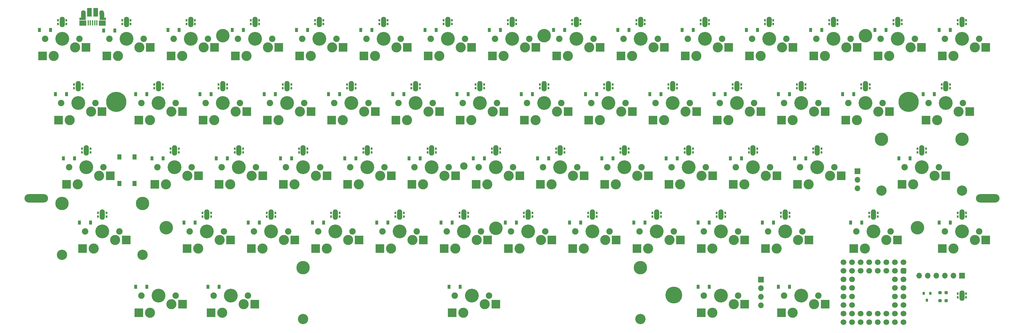
<source format=gbr>
%TF.GenerationSoftware,KiCad,Pcbnew,(5.1.9)-1*%
%TF.CreationDate,2021-10-01T21:52:25+09:00*%
%TF.ProjectId,main,6d61696e-2e6b-4696-9361-645f70636258,1*%
%TF.SameCoordinates,Original*%
%TF.FileFunction,Soldermask,Bot*%
%TF.FilePolarity,Negative*%
%FSLAX46Y46*%
G04 Gerber Fmt 4.6, Leading zero omitted, Abs format (unit mm)*
G04 Created by KiCad (PCBNEW (5.1.9)-1) date 2021-10-01 21:52:25*
%MOMM*%
%LPD*%
G01*
G04 APERTURE LIST*
%ADD10C,4.000000*%
%ADD11O,7.000000X2.500000*%
%ADD12C,5.000000*%
%ADD13C,2.200000*%
%ADD14C,6.000000*%
%ADD15C,3.987800*%
%ADD16C,3.048000*%
%ADD17C,1.700000*%
%ADD18R,1.300000X1.550000*%
%ADD19R,0.800000X0.900000*%
%ADD20O,1.500000X3.150000*%
%ADD21R,0.600000X0.700000*%
%ADD22C,1.000000*%
%ADD23C,3.000000*%
%ADD24R,2.550000X2.500000*%
%ADD25C,4.100000*%
%ADD26C,1.900000*%
%ADD27O,1.700000X1.700000*%
%ADD28R,1.700000X1.700000*%
%ADD29R,1.350000X2.000000*%
%ADD30R,1.825000X0.700000*%
%ADD31R,2.000000X1.500000*%
%ADD32R,0.400000X1.650000*%
%ADD33O,1.100000X1.500000*%
%ADD34O,1.350000X1.700000*%
%ADD35R,1.430000X2.500000*%
%ADD36R,0.900000X1.200000*%
G04 APERTURE END LIST*
D10*
%TO.C,HOLE12*%
X332650000Y-165300000D03*
%TD*%
%TO.C,HOLE10*%
X110000000Y-165300000D03*
%TD*%
%TO.C,HOLE11*%
X207738000Y-165400000D03*
%TD*%
%TO.C,HOLE9*%
X317275000Y-108300000D03*
%TD*%
%TO.C,HOLE8*%
X222025000Y-108310000D03*
%TD*%
%TO.C,HOLE7*%
X126775000Y-108300000D03*
%TD*%
D11*
%TO.C,HOLE6*%
X353540000Y-156500000D03*
%TD*%
%TO.C,HOLE5*%
X71460000Y-156500000D03*
%TD*%
D12*
%TO.C,HOLE4*%
X260500000Y-185200000D03*
%TD*%
D13*
%TO.C,HOLE3*%
X198200000Y-147000000D03*
%TD*%
D14*
%TO.C,HOLE2*%
X330050000Y-127910000D03*
%TD*%
%TO.C,HOLE1*%
X95200000Y-127900000D03*
%TD*%
D15*
%TO.C,STB2*%
X150594000Y-177155000D03*
D16*
X250594000Y-192395000D03*
D15*
X250594000Y-177155000D03*
D16*
X150594000Y-192395000D03*
%TD*%
%TO.C,STB1*%
X79118200Y-173345000D03*
D15*
X79118200Y-158105000D03*
X102994200Y-158105000D03*
D16*
X102994200Y-173345000D03*
%TD*%
%TO.C,STB3*%
X322006000Y-154295000D03*
D15*
X322006000Y-139055000D03*
X345882000Y-139055000D03*
D16*
X345882000Y-154295000D03*
%TD*%
D17*
%TO.C,U1*%
X328565000Y-175520000D03*
X326025000Y-178060000D03*
X326025000Y-175520000D03*
X323485000Y-178060000D03*
X323485000Y-175520000D03*
X320945000Y-178060000D03*
X320945000Y-175520000D03*
X318405000Y-178060000D03*
X318405000Y-175520000D03*
X315865000Y-178060000D03*
X315865000Y-175520000D03*
X313325000Y-175520000D03*
X310785000Y-175520000D03*
X313325000Y-178060000D03*
X310785000Y-178060000D03*
X313325000Y-180600000D03*
X310785000Y-180600000D03*
X313325000Y-183140000D03*
X310785000Y-183140000D03*
X313325000Y-185680000D03*
X310785000Y-185680000D03*
X313325000Y-188220000D03*
X310785000Y-188220000D03*
X310785000Y-190760000D03*
X310785000Y-193300000D03*
X313325000Y-190760000D03*
X313325000Y-193300000D03*
X315865000Y-190760000D03*
X315865000Y-193300000D03*
X318405000Y-190760000D03*
X318405000Y-193300000D03*
X320945000Y-190760000D03*
X320945000Y-193300000D03*
X323485000Y-190760000D03*
X323485000Y-193300000D03*
X326025000Y-193300000D03*
X328565000Y-193300000D03*
X326025000Y-190760000D03*
X328565000Y-190760000D03*
X326025000Y-188220000D03*
X328565000Y-188220000D03*
X326025000Y-185680000D03*
X328565000Y-185680000D03*
X326025000Y-183140000D03*
X328565000Y-183140000D03*
X326025000Y-180600000D03*
X328565000Y-180600000D03*
G36*
G01*
X329415000Y-177635000D02*
X329415000Y-178485000D01*
G75*
G02*
X328990000Y-178910000I-425000J0D01*
G01*
X328140000Y-178910000D01*
G75*
G02*
X327715000Y-178485000I0J425000D01*
G01*
X327715000Y-177635000D01*
G75*
G02*
X328140000Y-177210000I425000J0D01*
G01*
X328990000Y-177210000D01*
G75*
G02*
X329415000Y-177635000I0J-425000D01*
G01*
G37*
%TD*%
D18*
%TO.C,RSW1*%
X96150000Y-144225000D03*
X100650000Y-144225000D03*
X100650000Y-152175000D03*
X96150000Y-152175000D03*
%TD*%
%TO.C,R2*%
G36*
G01*
X339847000Y-186678500D02*
X339847000Y-187153500D01*
G75*
G02*
X339609500Y-187391000I-237500J0D01*
G01*
X339109500Y-187391000D01*
G75*
G02*
X338872000Y-187153500I0J237500D01*
G01*
X338872000Y-186678500D01*
G75*
G02*
X339109500Y-186441000I237500J0D01*
G01*
X339609500Y-186441000D01*
G75*
G02*
X339847000Y-186678500I0J-237500D01*
G01*
G37*
G36*
G01*
X341672000Y-186678500D02*
X341672000Y-187153500D01*
G75*
G02*
X341434500Y-187391000I-237500J0D01*
G01*
X340934500Y-187391000D01*
G75*
G02*
X340697000Y-187153500I0J237500D01*
G01*
X340697000Y-186678500D01*
G75*
G02*
X340934500Y-186441000I237500J0D01*
G01*
X341434500Y-186441000D01*
G75*
G02*
X341672000Y-186678500I0J-237500D01*
G01*
G37*
%TD*%
%TO.C,R1*%
G36*
G01*
X340697000Y-184772500D02*
X340697000Y-184297500D01*
G75*
G02*
X340934500Y-184060000I237500J0D01*
G01*
X341434500Y-184060000D01*
G75*
G02*
X341672000Y-184297500I0J-237500D01*
G01*
X341672000Y-184772500D01*
G75*
G02*
X341434500Y-185010000I-237500J0D01*
G01*
X340934500Y-185010000D01*
G75*
G02*
X340697000Y-184772500I0J237500D01*
G01*
G37*
G36*
G01*
X338872000Y-184772500D02*
X338872000Y-184297500D01*
G75*
G02*
X339109500Y-184060000I237500J0D01*
G01*
X339609500Y-184060000D01*
G75*
G02*
X339847000Y-184297500I0J-237500D01*
G01*
X339847000Y-184772500D01*
G75*
G02*
X339609500Y-185010000I-237500J0D01*
G01*
X339109500Y-185010000D01*
G75*
G02*
X338872000Y-184772500I0J237500D01*
G01*
G37*
%TD*%
D19*
%TO.C,Q1*%
X335510000Y-186725000D03*
X336460000Y-184725000D03*
X334560000Y-184725000D03*
%TD*%
D20*
%TO.C,LED56*%
X345850000Y-104250000D03*
D21*
X344600000Y-103700000D03*
X344600000Y-104800000D03*
X347100000Y-104800000D03*
X347100000Y-103700000D03*
%TD*%
D20*
%TO.C,LED55*%
X326800000Y-104250000D03*
D21*
X325550000Y-103700000D03*
X325550000Y-104800000D03*
X328050000Y-104800000D03*
X328050000Y-103700000D03*
%TD*%
D20*
%TO.C,LED54*%
X307750000Y-104250000D03*
D21*
X306500000Y-103700000D03*
X306500000Y-104800000D03*
X309000000Y-104800000D03*
X309000000Y-103700000D03*
%TD*%
D20*
%TO.C,LED53*%
X288700000Y-104250000D03*
D21*
X287450000Y-103700000D03*
X287450000Y-104800000D03*
X289950000Y-104800000D03*
X289950000Y-103700000D03*
%TD*%
D20*
%TO.C,LED52*%
X269650000Y-104250000D03*
D21*
X268400000Y-103700000D03*
X268400000Y-104800000D03*
X270900000Y-104800000D03*
X270900000Y-103700000D03*
%TD*%
D20*
%TO.C,LED51*%
X250600000Y-104250000D03*
D21*
X249350000Y-103700000D03*
X249350000Y-104800000D03*
X251850000Y-104800000D03*
X251850000Y-103700000D03*
%TD*%
D20*
%TO.C,LED50*%
X231550000Y-104250000D03*
D21*
X230300000Y-103700000D03*
X230300000Y-104800000D03*
X232800000Y-104800000D03*
X232800000Y-103700000D03*
%TD*%
D20*
%TO.C,LED49*%
X212500000Y-104250000D03*
D21*
X211250000Y-103700000D03*
X211250000Y-104800000D03*
X213750000Y-104800000D03*
X213750000Y-103700000D03*
%TD*%
D20*
%TO.C,LED48*%
X193450000Y-104250000D03*
D21*
X192200000Y-103700000D03*
X192200000Y-104800000D03*
X194700000Y-104800000D03*
X194700000Y-103700000D03*
%TD*%
D20*
%TO.C,LED47*%
X174400000Y-104250000D03*
D21*
X173150000Y-103700000D03*
X173150000Y-104800000D03*
X175650000Y-104800000D03*
X175650000Y-103700000D03*
%TD*%
D20*
%TO.C,LED46*%
X155350000Y-104250000D03*
D21*
X154100000Y-103700000D03*
X154100000Y-104800000D03*
X156600000Y-104800000D03*
X156600000Y-103700000D03*
%TD*%
D20*
%TO.C,LED45*%
X136300000Y-104250000D03*
D21*
X135050000Y-103700000D03*
X135050000Y-104800000D03*
X137550000Y-104800000D03*
X137550000Y-103700000D03*
%TD*%
D20*
%TO.C,LED44*%
X117250000Y-104250000D03*
D21*
X116000000Y-103700000D03*
X116000000Y-104800000D03*
X118500000Y-104800000D03*
X118500000Y-103700000D03*
%TD*%
D20*
%TO.C,LED43*%
X98200000Y-104250000D03*
D21*
X96950000Y-103700000D03*
X96950000Y-104800000D03*
X99450000Y-104800000D03*
X99450000Y-103700000D03*
%TD*%
D20*
%TO.C,LED42*%
X79150000Y-104250000D03*
D21*
X77900000Y-103700000D03*
X77900000Y-104800000D03*
X80400000Y-104800000D03*
X80400000Y-103700000D03*
%TD*%
D20*
%TO.C,LED41*%
X83912500Y-123300000D03*
D21*
X85162500Y-123850000D03*
X85162500Y-122750000D03*
X82662500Y-122750000D03*
X82662500Y-123850000D03*
%TD*%
D20*
%TO.C,LED40*%
X107725000Y-123300000D03*
D21*
X108975000Y-123850000D03*
X108975000Y-122750000D03*
X106475000Y-122750000D03*
X106475000Y-123850000D03*
%TD*%
D20*
%TO.C,LED39*%
X126775000Y-123300000D03*
D21*
X128025000Y-123850000D03*
X128025000Y-122750000D03*
X125525000Y-122750000D03*
X125525000Y-123850000D03*
%TD*%
D20*
%TO.C,LED38*%
X145825000Y-123300000D03*
D21*
X147075000Y-123850000D03*
X147075000Y-122750000D03*
X144575000Y-122750000D03*
X144575000Y-123850000D03*
%TD*%
D20*
%TO.C,LED37*%
X164875000Y-123300000D03*
D21*
X166125000Y-123850000D03*
X166125000Y-122750000D03*
X163625000Y-122750000D03*
X163625000Y-123850000D03*
%TD*%
D20*
%TO.C,LED36*%
X183925000Y-123300000D03*
D21*
X185175000Y-123850000D03*
X185175000Y-122750000D03*
X182675000Y-122750000D03*
X182675000Y-123850000D03*
%TD*%
D20*
%TO.C,LED35*%
X202975000Y-123300000D03*
D21*
X204225000Y-123850000D03*
X204225000Y-122750000D03*
X201725000Y-122750000D03*
X201725000Y-123850000D03*
%TD*%
D20*
%TO.C,LED34*%
X222025000Y-123300000D03*
D21*
X223275000Y-123850000D03*
X223275000Y-122750000D03*
X220775000Y-122750000D03*
X220775000Y-123850000D03*
%TD*%
D20*
%TO.C,LED33*%
X241075000Y-123300000D03*
D21*
X242325000Y-123850000D03*
X242325000Y-122750000D03*
X239825000Y-122750000D03*
X239825000Y-123850000D03*
%TD*%
D20*
%TO.C,LED32*%
X260125000Y-123300000D03*
D21*
X261375000Y-123850000D03*
X261375000Y-122750000D03*
X258875000Y-122750000D03*
X258875000Y-123850000D03*
%TD*%
D20*
%TO.C,LED31*%
X279175000Y-123300000D03*
D21*
X280425000Y-123850000D03*
X280425000Y-122750000D03*
X277925000Y-122750000D03*
X277925000Y-123850000D03*
%TD*%
D20*
%TO.C,LED30*%
X298225000Y-123300000D03*
D21*
X299475000Y-123850000D03*
X299475000Y-122750000D03*
X296975000Y-122750000D03*
X296975000Y-123850000D03*
%TD*%
D20*
%TO.C,LED29*%
X317275000Y-123300000D03*
D21*
X318525000Y-123850000D03*
X318525000Y-122750000D03*
X316025000Y-122750000D03*
X316025000Y-123850000D03*
%TD*%
D20*
%TO.C,LED28*%
X341088000Y-123300000D03*
D21*
X342338000Y-123850000D03*
X342338000Y-122750000D03*
X339838000Y-122750000D03*
X339838000Y-123850000D03*
%TD*%
D20*
%TO.C,LED27*%
X333944000Y-142350000D03*
D21*
X332694000Y-141800000D03*
X332694000Y-142900000D03*
X335194000Y-142900000D03*
X335194000Y-141800000D03*
%TD*%
D20*
%TO.C,LED26*%
X302988000Y-142350000D03*
D21*
X301738000Y-141800000D03*
X301738000Y-142900000D03*
X304238000Y-142900000D03*
X304238000Y-141800000D03*
%TD*%
D20*
%TO.C,LED25*%
X283938000Y-142350000D03*
D21*
X282688000Y-141800000D03*
X282688000Y-142900000D03*
X285188000Y-142900000D03*
X285188000Y-141800000D03*
%TD*%
D20*
%TO.C,LED24*%
X264888000Y-142350000D03*
D21*
X263638000Y-141800000D03*
X263638000Y-142900000D03*
X266138000Y-142900000D03*
X266138000Y-141800000D03*
%TD*%
D20*
%TO.C,LED23*%
X245838000Y-142350000D03*
D21*
X244588000Y-141800000D03*
X244588000Y-142900000D03*
X247088000Y-142900000D03*
X247088000Y-141800000D03*
%TD*%
D20*
%TO.C,LED22*%
X226788000Y-142350000D03*
D21*
X225538000Y-141800000D03*
X225538000Y-142900000D03*
X228038000Y-142900000D03*
X228038000Y-141800000D03*
%TD*%
D20*
%TO.C,LED21*%
X207738000Y-142350000D03*
D21*
X206488000Y-141800000D03*
X206488000Y-142900000D03*
X208988000Y-142900000D03*
X208988000Y-141800000D03*
%TD*%
D20*
%TO.C,LED20*%
X188688000Y-142350000D03*
D21*
X187438000Y-141800000D03*
X187438000Y-142900000D03*
X189938000Y-142900000D03*
X189938000Y-141800000D03*
%TD*%
D20*
%TO.C,LED19*%
X169638000Y-142350000D03*
D21*
X168388000Y-141800000D03*
X168388000Y-142900000D03*
X170888000Y-142900000D03*
X170888000Y-141800000D03*
%TD*%
D20*
%TO.C,LED18*%
X150588000Y-142350000D03*
D21*
X149338000Y-141800000D03*
X149338000Y-142900000D03*
X151838000Y-142900000D03*
X151838000Y-141800000D03*
%TD*%
D20*
%TO.C,LED17*%
X131538000Y-142350000D03*
D21*
X130288000Y-141800000D03*
X130288000Y-142900000D03*
X132788000Y-142900000D03*
X132788000Y-141800000D03*
%TD*%
D20*
%TO.C,LED16*%
X112488000Y-142350000D03*
D21*
X111238000Y-141800000D03*
X111238000Y-142900000D03*
X113738000Y-142900000D03*
X113738000Y-141800000D03*
%TD*%
D20*
%TO.C,LED15*%
X86293800Y-142350000D03*
D21*
X85043800Y-141800000D03*
X85043800Y-142900000D03*
X87543800Y-142900000D03*
X87543800Y-141800000D03*
%TD*%
D20*
%TO.C,LED14*%
X91056200Y-161400000D03*
D21*
X92306200Y-161950000D03*
X92306200Y-160850000D03*
X89806200Y-160850000D03*
X89806200Y-161950000D03*
%TD*%
D20*
%TO.C,LED13*%
X122012000Y-161400000D03*
D21*
X123262000Y-161950000D03*
X123262000Y-160850000D03*
X120762000Y-160850000D03*
X120762000Y-161950000D03*
%TD*%
D20*
%TO.C,LED12*%
X141062000Y-161400000D03*
D21*
X142312000Y-161950000D03*
X142312000Y-160850000D03*
X139812000Y-160850000D03*
X139812000Y-161950000D03*
%TD*%
D20*
%TO.C,LED11*%
X160112000Y-161400000D03*
D21*
X161362000Y-161950000D03*
X161362000Y-160850000D03*
X158862000Y-160850000D03*
X158862000Y-161950000D03*
%TD*%
D20*
%TO.C,LED10*%
X179162000Y-161400000D03*
D21*
X180412000Y-161950000D03*
X180412000Y-160850000D03*
X177912000Y-160850000D03*
X177912000Y-161950000D03*
%TD*%
D20*
%TO.C,LED9*%
X198212000Y-161400000D03*
D21*
X199462000Y-161950000D03*
X199462000Y-160850000D03*
X196962000Y-160850000D03*
X196962000Y-161950000D03*
%TD*%
D20*
%TO.C,LED8*%
X217262000Y-161400000D03*
D21*
X218512000Y-161950000D03*
X218512000Y-160850000D03*
X216012000Y-160850000D03*
X216012000Y-161950000D03*
%TD*%
D20*
%TO.C,LED7*%
X236312000Y-161400000D03*
D21*
X237562000Y-161950000D03*
X237562000Y-160850000D03*
X235062000Y-160850000D03*
X235062000Y-161950000D03*
%TD*%
D20*
%TO.C,LED6*%
X255362000Y-161400000D03*
D21*
X256612000Y-161950000D03*
X256612000Y-160850000D03*
X254112000Y-160850000D03*
X254112000Y-161950000D03*
%TD*%
D20*
%TO.C,LED5*%
X274412000Y-161400000D03*
D21*
X275662000Y-161950000D03*
X275662000Y-160850000D03*
X273162000Y-160850000D03*
X273162000Y-161950000D03*
%TD*%
D20*
%TO.C,LED4*%
X293462000Y-161400000D03*
D21*
X294712000Y-161950000D03*
X294712000Y-160850000D03*
X292212000Y-160850000D03*
X292212000Y-161950000D03*
%TD*%
D20*
%TO.C,LED3*%
X319656000Y-161400000D03*
D21*
X320906000Y-161950000D03*
X320906000Y-160850000D03*
X318406000Y-160850000D03*
X318406000Y-161950000D03*
%TD*%
D20*
%TO.C,LED2*%
X345850000Y-161400000D03*
D21*
X347100000Y-161950000D03*
X347100000Y-160850000D03*
X344600000Y-160850000D03*
X344600000Y-161950000D03*
%TD*%
D20*
%TO.C,LED1*%
X345851000Y-185410000D03*
D21*
X344601000Y-184860000D03*
X344601000Y-185960000D03*
X347101000Y-185960000D03*
X347101000Y-184860000D03*
%TD*%
D22*
%TO.C,KSW60*%
X292383000Y-190490000D03*
X305310000Y-187950000D03*
D23*
X302035000Y-187950000D03*
X295685000Y-190490000D03*
D24*
X305310000Y-187950000D03*
D25*
X298225000Y-185410000D03*
D26*
X293145000Y-185410000D03*
X303305000Y-185410000D03*
D24*
X292383000Y-190490000D03*
%TD*%
D22*
%TO.C,KSW59*%
X268570000Y-190490000D03*
X281497000Y-187950000D03*
D23*
X278222000Y-187950000D03*
X271872000Y-190490000D03*
D24*
X281497000Y-187950000D03*
D25*
X274412000Y-185410000D03*
D26*
X269332000Y-185410000D03*
X279492000Y-185410000D03*
D24*
X268570000Y-190490000D03*
%TD*%
D22*
%TO.C,KSW58*%
X194752000Y-190490000D03*
X207679000Y-187950000D03*
D23*
X204404000Y-187950000D03*
X198054000Y-190490000D03*
D24*
X207679000Y-187950000D03*
D25*
X200594000Y-185410000D03*
D26*
X195514000Y-185410000D03*
X205674000Y-185410000D03*
D24*
X194752000Y-190490000D03*
%TD*%
D22*
%TO.C,KSW57*%
X123314000Y-190490000D03*
X136241000Y-187950000D03*
D23*
X132966000Y-187950000D03*
X126616000Y-190490000D03*
D24*
X136241000Y-187950000D03*
D25*
X129156000Y-185410000D03*
D26*
X124076000Y-185410000D03*
X134236000Y-185410000D03*
D24*
X123314000Y-190490000D03*
%TD*%
D22*
%TO.C,KSW56*%
X101883000Y-190490000D03*
X114810000Y-187950000D03*
D23*
X111535000Y-187950000D03*
X105185000Y-190490000D03*
D24*
X114810000Y-187950000D03*
D25*
X107725000Y-185410000D03*
D26*
X102645000Y-185410000D03*
X112805000Y-185410000D03*
D24*
X101883000Y-190490000D03*
%TD*%
D22*
%TO.C,KSW55*%
X340008000Y-171440000D03*
X352935000Y-168900000D03*
D23*
X349660000Y-168900000D03*
X343310000Y-171440000D03*
D24*
X352935000Y-168900000D03*
D25*
X345850000Y-166360000D03*
D26*
X340770000Y-166360000D03*
X350930000Y-166360000D03*
D24*
X340008000Y-171440000D03*
%TD*%
D22*
%TO.C,KSW54*%
X313814000Y-171440000D03*
X326741000Y-168900000D03*
D23*
X323466000Y-168900000D03*
X317116000Y-171440000D03*
D24*
X326741000Y-168900000D03*
D25*
X319656000Y-166360000D03*
D26*
X314576000Y-166360000D03*
X324736000Y-166360000D03*
D24*
X313814000Y-171440000D03*
%TD*%
D22*
%TO.C,KSW53*%
X287620000Y-171440000D03*
X300547000Y-168900000D03*
D23*
X297272000Y-168900000D03*
X290922000Y-171440000D03*
D24*
X300547000Y-168900000D03*
D25*
X293462000Y-166360000D03*
D26*
X288382000Y-166360000D03*
X298542000Y-166360000D03*
D24*
X287620000Y-171440000D03*
%TD*%
D22*
%TO.C,KSW52*%
X268570000Y-171440000D03*
X281497000Y-168900000D03*
D23*
X278222000Y-168900000D03*
X271872000Y-171440000D03*
D24*
X281497000Y-168900000D03*
D25*
X274412000Y-166360000D03*
D26*
X269332000Y-166360000D03*
X279492000Y-166360000D03*
D24*
X268570000Y-171440000D03*
%TD*%
D22*
%TO.C,KSW51*%
X249520000Y-171440000D03*
X262447000Y-168900000D03*
D23*
X259172000Y-168900000D03*
X252822000Y-171440000D03*
D24*
X262447000Y-168900000D03*
D25*
X255362000Y-166360000D03*
D26*
X250282000Y-166360000D03*
X260442000Y-166360000D03*
D24*
X249520000Y-171440000D03*
%TD*%
D22*
%TO.C,KSW50*%
X230470000Y-171440000D03*
X243397000Y-168900000D03*
D23*
X240122000Y-168900000D03*
X233772000Y-171440000D03*
D24*
X243397000Y-168900000D03*
D25*
X236312000Y-166360000D03*
D26*
X231232000Y-166360000D03*
X241392000Y-166360000D03*
D24*
X230470000Y-171440000D03*
%TD*%
D22*
%TO.C,KSW49*%
X211420000Y-171440000D03*
X224347000Y-168900000D03*
D23*
X221072000Y-168900000D03*
X214722000Y-171440000D03*
D24*
X224347000Y-168900000D03*
D25*
X217262000Y-166360000D03*
D26*
X212182000Y-166360000D03*
X222342000Y-166360000D03*
D24*
X211420000Y-171440000D03*
%TD*%
D22*
%TO.C,KSW48*%
X192370000Y-171440000D03*
X205297000Y-168900000D03*
D23*
X202022000Y-168900000D03*
X195672000Y-171440000D03*
D24*
X205297000Y-168900000D03*
D25*
X198212000Y-166360000D03*
D26*
X193132000Y-166360000D03*
X203292000Y-166360000D03*
D24*
X192370000Y-171440000D03*
%TD*%
D22*
%TO.C,KSW47*%
X173320000Y-171440000D03*
X186247000Y-168900000D03*
D23*
X182972000Y-168900000D03*
X176622000Y-171440000D03*
D24*
X186247000Y-168900000D03*
D25*
X179162000Y-166360000D03*
D26*
X174082000Y-166360000D03*
X184242000Y-166360000D03*
D24*
X173320000Y-171440000D03*
%TD*%
D22*
%TO.C,KSW46*%
X154270000Y-171440000D03*
X167197000Y-168900000D03*
D23*
X163922000Y-168900000D03*
X157572000Y-171440000D03*
D24*
X167197000Y-168900000D03*
D25*
X160112000Y-166360000D03*
D26*
X155032000Y-166360000D03*
X165192000Y-166360000D03*
D24*
X154270000Y-171440000D03*
%TD*%
D22*
%TO.C,KSW45*%
X135220000Y-171440000D03*
X148147000Y-168900000D03*
D23*
X144872000Y-168900000D03*
X138522000Y-171440000D03*
D24*
X148147000Y-168900000D03*
D25*
X141062000Y-166360000D03*
D26*
X135982000Y-166360000D03*
X146142000Y-166360000D03*
D24*
X135220000Y-171440000D03*
%TD*%
D22*
%TO.C,KSW44*%
X116170000Y-171440000D03*
X129097000Y-168900000D03*
D23*
X125822000Y-168900000D03*
X119472000Y-171440000D03*
D24*
X129097000Y-168900000D03*
D25*
X122012000Y-166360000D03*
D26*
X116932000Y-166360000D03*
X127092000Y-166360000D03*
D24*
X116170000Y-171440000D03*
%TD*%
D22*
%TO.C,KSW43*%
X85214200Y-171440000D03*
X98141200Y-168900000D03*
D23*
X94866200Y-168900000D03*
X88516200Y-171440000D03*
D24*
X98141200Y-168900000D03*
D25*
X91056200Y-166360000D03*
D26*
X85976200Y-166360000D03*
X96136200Y-166360000D03*
D24*
X85214200Y-171440000D03*
%TD*%
D22*
%TO.C,KSW42*%
X328102000Y-152390000D03*
X341029000Y-149850000D03*
D23*
X337754000Y-149850000D03*
X331404000Y-152390000D03*
D24*
X341029000Y-149850000D03*
D25*
X333944000Y-147310000D03*
D26*
X328864000Y-147310000D03*
X339024000Y-147310000D03*
D24*
X328102000Y-152390000D03*
%TD*%
D22*
%TO.C,KSW41*%
X297146000Y-152390000D03*
X310073000Y-149850000D03*
D23*
X306798000Y-149850000D03*
X300448000Y-152390000D03*
D24*
X310073000Y-149850000D03*
D25*
X302988000Y-147310000D03*
D26*
X297908000Y-147310000D03*
X308068000Y-147310000D03*
D24*
X297146000Y-152390000D03*
%TD*%
D22*
%TO.C,KSW40*%
X278096000Y-152390000D03*
X291023000Y-149850000D03*
D23*
X287748000Y-149850000D03*
X281398000Y-152390000D03*
D24*
X291023000Y-149850000D03*
D25*
X283938000Y-147310000D03*
D26*
X278858000Y-147310000D03*
X289018000Y-147310000D03*
D24*
X278096000Y-152390000D03*
%TD*%
D22*
%TO.C,KSW39*%
X259046000Y-152390000D03*
X271973000Y-149850000D03*
D23*
X268698000Y-149850000D03*
X262348000Y-152390000D03*
D24*
X271973000Y-149850000D03*
D25*
X264888000Y-147310000D03*
D26*
X259808000Y-147310000D03*
X269968000Y-147310000D03*
D24*
X259046000Y-152390000D03*
%TD*%
D22*
%TO.C,KSW38*%
X239996000Y-152390000D03*
X252923000Y-149850000D03*
D23*
X249648000Y-149850000D03*
X243298000Y-152390000D03*
D24*
X252923000Y-149850000D03*
D25*
X245838000Y-147310000D03*
D26*
X240758000Y-147310000D03*
X250918000Y-147310000D03*
D24*
X239996000Y-152390000D03*
%TD*%
D22*
%TO.C,KSW37*%
X220946000Y-152390000D03*
X233873000Y-149850000D03*
D23*
X230598000Y-149850000D03*
X224248000Y-152390000D03*
D24*
X233873000Y-149850000D03*
D25*
X226788000Y-147310000D03*
D26*
X221708000Y-147310000D03*
X231868000Y-147310000D03*
D24*
X220946000Y-152390000D03*
%TD*%
D22*
%TO.C,KSW36*%
X201896000Y-152390000D03*
X214823000Y-149850000D03*
D23*
X211548000Y-149850000D03*
X205198000Y-152390000D03*
D24*
X214823000Y-149850000D03*
D25*
X207738000Y-147310000D03*
D26*
X202658000Y-147310000D03*
X212818000Y-147310000D03*
D24*
X201896000Y-152390000D03*
%TD*%
D22*
%TO.C,KSW35*%
X182846000Y-152390000D03*
X195773000Y-149850000D03*
D23*
X192498000Y-149850000D03*
X186148000Y-152390000D03*
D24*
X195773000Y-149850000D03*
D25*
X188688000Y-147310000D03*
D26*
X183608000Y-147310000D03*
X193768000Y-147310000D03*
D24*
X182846000Y-152390000D03*
%TD*%
D22*
%TO.C,KSW34*%
X163796000Y-152390000D03*
X176723000Y-149850000D03*
D23*
X173448000Y-149850000D03*
X167098000Y-152390000D03*
D24*
X176723000Y-149850000D03*
D25*
X169638000Y-147310000D03*
D26*
X164558000Y-147310000D03*
X174718000Y-147310000D03*
D24*
X163796000Y-152390000D03*
%TD*%
D22*
%TO.C,KSW33*%
X144746000Y-152390000D03*
X157673000Y-149850000D03*
D23*
X154398000Y-149850000D03*
X148048000Y-152390000D03*
D24*
X157673000Y-149850000D03*
D25*
X150588000Y-147310000D03*
D26*
X145508000Y-147310000D03*
X155668000Y-147310000D03*
D24*
X144746000Y-152390000D03*
%TD*%
D22*
%TO.C,KSW32*%
X125696000Y-152390000D03*
X138623000Y-149850000D03*
D23*
X135348000Y-149850000D03*
X128998000Y-152390000D03*
D24*
X138623000Y-149850000D03*
D25*
X131538000Y-147310000D03*
D26*
X126458000Y-147310000D03*
X136618000Y-147310000D03*
D24*
X125696000Y-152390000D03*
%TD*%
D22*
%TO.C,KSW31*%
X106646000Y-152390000D03*
X119573000Y-149850000D03*
D23*
X116298000Y-149850000D03*
X109948000Y-152390000D03*
D24*
X119573000Y-149850000D03*
D25*
X112488000Y-147310000D03*
D26*
X107408000Y-147310000D03*
X117568000Y-147310000D03*
D24*
X106646000Y-152390000D03*
%TD*%
D22*
%TO.C,KSW30*%
X80451800Y-152390000D03*
X93378800Y-149850000D03*
D23*
X90103800Y-149850000D03*
X83753800Y-152390000D03*
D24*
X93378800Y-149850000D03*
D25*
X86293800Y-147310000D03*
D26*
X81213800Y-147310000D03*
X91373800Y-147310000D03*
D24*
X80451800Y-152390000D03*
%TD*%
D22*
%TO.C,KSW29*%
X335246000Y-133340000D03*
X348173000Y-130800000D03*
D23*
X344898000Y-130800000D03*
X338548000Y-133340000D03*
D24*
X348173000Y-130800000D03*
D25*
X341088000Y-128260000D03*
D26*
X336008000Y-128260000D03*
X346168000Y-128260000D03*
D24*
X335246000Y-133340000D03*
%TD*%
D22*
%TO.C,KSW28*%
X311433000Y-133340000D03*
X324360000Y-130800000D03*
D23*
X321085000Y-130800000D03*
X314735000Y-133340000D03*
D24*
X324360000Y-130800000D03*
D25*
X317275000Y-128260000D03*
D26*
X312195000Y-128260000D03*
X322355000Y-128260000D03*
D24*
X311433000Y-133340000D03*
%TD*%
D22*
%TO.C,KSW27*%
X292383000Y-133340000D03*
X305310000Y-130800000D03*
D23*
X302035000Y-130800000D03*
X295685000Y-133340000D03*
D24*
X305310000Y-130800000D03*
D25*
X298225000Y-128260000D03*
D26*
X293145000Y-128260000D03*
X303305000Y-128260000D03*
D24*
X292383000Y-133340000D03*
%TD*%
D22*
%TO.C,KSW26*%
X273333000Y-133340000D03*
X286260000Y-130800000D03*
D23*
X282985000Y-130800000D03*
X276635000Y-133340000D03*
D24*
X286260000Y-130800000D03*
D25*
X279175000Y-128260000D03*
D26*
X274095000Y-128260000D03*
X284255000Y-128260000D03*
D24*
X273333000Y-133340000D03*
%TD*%
D22*
%TO.C,KSW25*%
X254283000Y-133340000D03*
X267210000Y-130800000D03*
D23*
X263935000Y-130800000D03*
X257585000Y-133340000D03*
D24*
X267210000Y-130800000D03*
D25*
X260125000Y-128260000D03*
D26*
X255045000Y-128260000D03*
X265205000Y-128260000D03*
D24*
X254283000Y-133340000D03*
%TD*%
D22*
%TO.C,KSW24*%
X235233000Y-133340000D03*
X248160000Y-130800000D03*
D23*
X244885000Y-130800000D03*
X238535000Y-133340000D03*
D24*
X248160000Y-130800000D03*
D25*
X241075000Y-128260000D03*
D26*
X235995000Y-128260000D03*
X246155000Y-128260000D03*
D24*
X235233000Y-133340000D03*
%TD*%
D22*
%TO.C,KSW23*%
X216183000Y-133340000D03*
X229110000Y-130800000D03*
D23*
X225835000Y-130800000D03*
X219485000Y-133340000D03*
D24*
X229110000Y-130800000D03*
D25*
X222025000Y-128260000D03*
D26*
X216945000Y-128260000D03*
X227105000Y-128260000D03*
D24*
X216183000Y-133340000D03*
%TD*%
D22*
%TO.C,KSW22*%
X197133000Y-133340000D03*
X210060000Y-130800000D03*
D23*
X206785000Y-130800000D03*
X200435000Y-133340000D03*
D24*
X210060000Y-130800000D03*
D25*
X202975000Y-128260000D03*
D26*
X197895000Y-128260000D03*
X208055000Y-128260000D03*
D24*
X197133000Y-133340000D03*
%TD*%
D22*
%TO.C,KSW21*%
X178083000Y-133340000D03*
X191010000Y-130800000D03*
D23*
X187735000Y-130800000D03*
X181385000Y-133340000D03*
D24*
X191010000Y-130800000D03*
D25*
X183925000Y-128260000D03*
D26*
X178845000Y-128260000D03*
X189005000Y-128260000D03*
D24*
X178083000Y-133340000D03*
%TD*%
D22*
%TO.C,KSW20*%
X159033000Y-133340000D03*
X171960000Y-130800000D03*
D23*
X168685000Y-130800000D03*
X162335000Y-133340000D03*
D24*
X171960000Y-130800000D03*
D25*
X164875000Y-128260000D03*
D26*
X159795000Y-128260000D03*
X169955000Y-128260000D03*
D24*
X159033000Y-133340000D03*
%TD*%
D22*
%TO.C,KSW19*%
X139983000Y-133340000D03*
X152910000Y-130800000D03*
D23*
X149635000Y-130800000D03*
X143285000Y-133340000D03*
D24*
X152910000Y-130800000D03*
D25*
X145825000Y-128260000D03*
D26*
X140745000Y-128260000D03*
X150905000Y-128260000D03*
D24*
X139983000Y-133340000D03*
%TD*%
D22*
%TO.C,KSW18*%
X120933000Y-133340000D03*
X133860000Y-130800000D03*
D23*
X130585000Y-130800000D03*
X124235000Y-133340000D03*
D24*
X133860000Y-130800000D03*
D25*
X126775000Y-128260000D03*
D26*
X121695000Y-128260000D03*
X131855000Y-128260000D03*
D24*
X120933000Y-133340000D03*
%TD*%
D22*
%TO.C,KSW17*%
X101883000Y-133340000D03*
X114810000Y-130800000D03*
D23*
X111535000Y-130800000D03*
X105185000Y-133340000D03*
D24*
X114810000Y-130800000D03*
D25*
X107725000Y-128260000D03*
D26*
X102645000Y-128260000D03*
X112805000Y-128260000D03*
D24*
X101883000Y-133340000D03*
%TD*%
D22*
%TO.C,KSW16*%
X78070500Y-133340000D03*
X90997500Y-130800000D03*
D23*
X87722500Y-130800000D03*
X81372500Y-133340000D03*
D24*
X90997500Y-130800000D03*
D25*
X83912500Y-128260000D03*
D26*
X78832500Y-128260000D03*
X88992500Y-128260000D03*
D24*
X78070500Y-133340000D03*
%TD*%
D22*
%TO.C,KSW15*%
X340008000Y-114290000D03*
X352935000Y-111750000D03*
D23*
X349660000Y-111750000D03*
X343310000Y-114290000D03*
D24*
X352935000Y-111750000D03*
D25*
X345850000Y-109210000D03*
D26*
X340770000Y-109210000D03*
X350930000Y-109210000D03*
D24*
X340008000Y-114290000D03*
%TD*%
D22*
%TO.C,KSW14*%
X320958000Y-114290000D03*
X333885000Y-111750000D03*
D23*
X330610000Y-111750000D03*
X324260000Y-114290000D03*
D24*
X333885000Y-111750000D03*
D25*
X326800000Y-109210000D03*
D26*
X321720000Y-109210000D03*
X331880000Y-109210000D03*
D24*
X320958000Y-114290000D03*
%TD*%
D22*
%TO.C,KSW13*%
X301908000Y-114290000D03*
X314835000Y-111750000D03*
D23*
X311560000Y-111750000D03*
X305210000Y-114290000D03*
D24*
X314835000Y-111750000D03*
D25*
X307750000Y-109210000D03*
D26*
X302670000Y-109210000D03*
X312830000Y-109210000D03*
D24*
X301908000Y-114290000D03*
%TD*%
D22*
%TO.C,KSW12*%
X282858000Y-114290000D03*
X295785000Y-111750000D03*
D23*
X292510000Y-111750000D03*
X286160000Y-114290000D03*
D24*
X295785000Y-111750000D03*
D25*
X288700000Y-109210000D03*
D26*
X283620000Y-109210000D03*
X293780000Y-109210000D03*
D24*
X282858000Y-114290000D03*
%TD*%
D22*
%TO.C,KSW11*%
X263808000Y-114290000D03*
X276735000Y-111750000D03*
D23*
X273460000Y-111750000D03*
X267110000Y-114290000D03*
D24*
X276735000Y-111750000D03*
D25*
X269650000Y-109210000D03*
D26*
X264570000Y-109210000D03*
X274730000Y-109210000D03*
D24*
X263808000Y-114290000D03*
%TD*%
D22*
%TO.C,KSW10*%
X244758000Y-114290000D03*
X257685000Y-111750000D03*
D23*
X254410000Y-111750000D03*
X248060000Y-114290000D03*
D24*
X257685000Y-111750000D03*
D25*
X250600000Y-109210000D03*
D26*
X245520000Y-109210000D03*
X255680000Y-109210000D03*
D24*
X244758000Y-114290000D03*
%TD*%
D22*
%TO.C,KSW9*%
X225708000Y-114290000D03*
X238635000Y-111750000D03*
D23*
X235360000Y-111750000D03*
X229010000Y-114290000D03*
D24*
X238635000Y-111750000D03*
D25*
X231550000Y-109210000D03*
D26*
X226470000Y-109210000D03*
X236630000Y-109210000D03*
D24*
X225708000Y-114290000D03*
%TD*%
D22*
%TO.C,KSW8*%
X206658000Y-114290000D03*
X219585000Y-111750000D03*
D23*
X216310000Y-111750000D03*
X209960000Y-114290000D03*
D24*
X219585000Y-111750000D03*
D25*
X212500000Y-109210000D03*
D26*
X207420000Y-109210000D03*
X217580000Y-109210000D03*
D24*
X206658000Y-114290000D03*
%TD*%
D22*
%TO.C,KSW7*%
X187608000Y-114290000D03*
X200535000Y-111750000D03*
D23*
X197260000Y-111750000D03*
X190910000Y-114290000D03*
D24*
X200535000Y-111750000D03*
D25*
X193450000Y-109210000D03*
D26*
X188370000Y-109210000D03*
X198530000Y-109210000D03*
D24*
X187608000Y-114290000D03*
%TD*%
D22*
%TO.C,KSW6*%
X168558000Y-114290000D03*
X181485000Y-111750000D03*
D23*
X178210000Y-111750000D03*
X171860000Y-114290000D03*
D24*
X181485000Y-111750000D03*
D25*
X174400000Y-109210000D03*
D26*
X169320000Y-109210000D03*
X179480000Y-109210000D03*
D24*
X168558000Y-114290000D03*
%TD*%
D22*
%TO.C,KSW5*%
X149508000Y-114290000D03*
X162435000Y-111750000D03*
D23*
X159160000Y-111750000D03*
X152810000Y-114290000D03*
D24*
X162435000Y-111750000D03*
D25*
X155350000Y-109210000D03*
D26*
X150270000Y-109210000D03*
X160430000Y-109210000D03*
D24*
X149508000Y-114290000D03*
%TD*%
D22*
%TO.C,KSW4*%
X130458000Y-114290000D03*
X143385000Y-111750000D03*
D23*
X140110000Y-111750000D03*
X133760000Y-114290000D03*
D24*
X143385000Y-111750000D03*
D25*
X136300000Y-109210000D03*
D26*
X131220000Y-109210000D03*
X141380000Y-109210000D03*
D24*
X130458000Y-114290000D03*
%TD*%
D22*
%TO.C,KSW3*%
X111408000Y-114290000D03*
X124335000Y-111750000D03*
D23*
X121060000Y-111750000D03*
X114710000Y-114290000D03*
D24*
X124335000Y-111750000D03*
D25*
X117250000Y-109210000D03*
D26*
X112170000Y-109210000D03*
X122330000Y-109210000D03*
D24*
X111408000Y-114290000D03*
%TD*%
D22*
%TO.C,KSW2*%
X92358000Y-114290000D03*
X105285000Y-111750000D03*
D23*
X102010000Y-111750000D03*
X95660000Y-114290000D03*
D24*
X105285000Y-111750000D03*
D25*
X98200000Y-109210000D03*
D26*
X93120000Y-109210000D03*
X103280000Y-109210000D03*
D24*
X92358000Y-114290000D03*
%TD*%
D22*
%TO.C,KSW1*%
X73308000Y-114290000D03*
X86235000Y-111750000D03*
D23*
X82960000Y-111750000D03*
X76610000Y-114290000D03*
D24*
X86235000Y-111750000D03*
D25*
X79150000Y-109210000D03*
D26*
X74070000Y-109210000D03*
X84230000Y-109210000D03*
D24*
X73308000Y-114290000D03*
%TD*%
D27*
%TO.C,J4*%
X333151000Y-179457000D03*
X335691000Y-179457000D03*
X338231000Y-179457000D03*
X340771000Y-179457000D03*
X343311000Y-179457000D03*
D28*
X345851000Y-179457000D03*
%TD*%
%TO.C,J3*%
X314894000Y-148501000D03*
D27*
X314894000Y-151041000D03*
X314894000Y-153581000D03*
%TD*%
%TO.C,J2*%
X286319000Y-188268000D03*
X286319000Y-185728000D03*
X286319000Y-183188000D03*
D28*
X286319000Y-180648000D03*
%TD*%
D29*
%TO.C,J1*%
X90925000Y-102515000D03*
X85445000Y-102515000D03*
D30*
X85225000Y-103265000D03*
X91175000Y-103265000D03*
D31*
X85325000Y-104565000D03*
X91075000Y-104585000D03*
D32*
X86875000Y-104465000D03*
X87525000Y-104465000D03*
X88175000Y-104465000D03*
X88825000Y-104465000D03*
X89475000Y-104465000D03*
D33*
X85755000Y-104585000D03*
X90595000Y-104585000D03*
D34*
X85445000Y-101585000D03*
X90905000Y-101585000D03*
D35*
X87215000Y-101315000D03*
X89135000Y-101315000D03*
%TD*%
D36*
%TO.C,D60*%
X291475000Y-182810000D03*
X294775000Y-182810000D03*
%TD*%
%TO.C,D59*%
X267662000Y-182810000D03*
X270962000Y-182810000D03*
%TD*%
%TO.C,D58*%
X193844000Y-182810000D03*
X197144000Y-182810000D03*
%TD*%
%TO.C,D57*%
X122406000Y-182810000D03*
X125706000Y-182810000D03*
%TD*%
%TO.C,D56*%
X100975000Y-182810000D03*
X104275000Y-182810000D03*
%TD*%
%TO.C,D55*%
X339100000Y-163760000D03*
X342400000Y-163760000D03*
%TD*%
%TO.C,D54*%
X312906000Y-163760000D03*
X316206000Y-163760000D03*
%TD*%
%TO.C,D53*%
X286712000Y-163760000D03*
X290012000Y-163760000D03*
%TD*%
%TO.C,D52*%
X267662000Y-163760000D03*
X270962000Y-163760000D03*
%TD*%
%TO.C,D51*%
X248612000Y-163760000D03*
X251912000Y-163760000D03*
%TD*%
%TO.C,D50*%
X229562000Y-163760000D03*
X232862000Y-163760000D03*
%TD*%
%TO.C,D49*%
X210512000Y-163760000D03*
X213812000Y-163760000D03*
%TD*%
%TO.C,D48*%
X191462000Y-163760000D03*
X194762000Y-163760000D03*
%TD*%
%TO.C,D47*%
X172412000Y-163760000D03*
X175712000Y-163760000D03*
%TD*%
%TO.C,D46*%
X153362000Y-163760000D03*
X156662000Y-163760000D03*
%TD*%
%TO.C,D45*%
X134312000Y-163760000D03*
X137612000Y-163760000D03*
%TD*%
%TO.C,D44*%
X115262000Y-163760000D03*
X118562000Y-163760000D03*
%TD*%
%TO.C,D43*%
X84306200Y-163760000D03*
X87606200Y-163760000D03*
%TD*%
%TO.C,D42*%
X327194000Y-144710000D03*
X330494000Y-144710000D03*
%TD*%
%TO.C,D41*%
X296238000Y-144710000D03*
X299538000Y-144710000D03*
%TD*%
%TO.C,D40*%
X277188000Y-144710000D03*
X280488000Y-144710000D03*
%TD*%
%TO.C,D39*%
X258138000Y-144710000D03*
X261438000Y-144710000D03*
%TD*%
%TO.C,D38*%
X239088000Y-144710000D03*
X242388000Y-144710000D03*
%TD*%
%TO.C,D37*%
X220038000Y-144710000D03*
X223338000Y-144710000D03*
%TD*%
%TO.C,D36*%
X200988000Y-144710000D03*
X204288000Y-144710000D03*
%TD*%
%TO.C,D35*%
X181938000Y-144710000D03*
X185238000Y-144710000D03*
%TD*%
%TO.C,D34*%
X162888000Y-144710000D03*
X166188000Y-144710000D03*
%TD*%
%TO.C,D33*%
X143838000Y-144710000D03*
X147138000Y-144710000D03*
%TD*%
%TO.C,D32*%
X124788000Y-144710000D03*
X128088000Y-144710000D03*
%TD*%
%TO.C,D31*%
X105738000Y-144710000D03*
X109038000Y-144710000D03*
%TD*%
%TO.C,D30*%
X79543800Y-144710000D03*
X82843800Y-144710000D03*
%TD*%
%TO.C,D29*%
X334338000Y-125660000D03*
X337638000Y-125660000D03*
%TD*%
%TO.C,D28*%
X310525000Y-125660000D03*
X313825000Y-125660000D03*
%TD*%
%TO.C,D27*%
X291475000Y-125660000D03*
X294775000Y-125660000D03*
%TD*%
%TO.C,D26*%
X272425000Y-125660000D03*
X275725000Y-125660000D03*
%TD*%
%TO.C,D25*%
X253375000Y-125660000D03*
X256675000Y-125660000D03*
%TD*%
%TO.C,D24*%
X234325000Y-125660000D03*
X237625000Y-125660000D03*
%TD*%
%TO.C,D23*%
X215275000Y-125660000D03*
X218575000Y-125660000D03*
%TD*%
%TO.C,D22*%
X196225000Y-125660000D03*
X199525000Y-125660000D03*
%TD*%
%TO.C,D21*%
X177175000Y-125660000D03*
X180475000Y-125660000D03*
%TD*%
%TO.C,D20*%
X158125000Y-125660000D03*
X161425000Y-125660000D03*
%TD*%
%TO.C,D19*%
X139075000Y-125660000D03*
X142375000Y-125660000D03*
%TD*%
%TO.C,D18*%
X120025000Y-125660000D03*
X123325000Y-125660000D03*
%TD*%
%TO.C,D17*%
X100975000Y-125660000D03*
X104275000Y-125660000D03*
%TD*%
%TO.C,D16*%
X77162500Y-125660000D03*
X80462500Y-125660000D03*
%TD*%
%TO.C,D15*%
X339100000Y-106610000D03*
X342400000Y-106610000D03*
%TD*%
%TO.C,D14*%
X320050000Y-106610000D03*
X323350000Y-106610000D03*
%TD*%
%TO.C,D13*%
X301000000Y-106610000D03*
X304300000Y-106610000D03*
%TD*%
%TO.C,D12*%
X281950000Y-106610000D03*
X285250000Y-106610000D03*
%TD*%
%TO.C,D11*%
X262900000Y-106610000D03*
X266200000Y-106610000D03*
%TD*%
%TO.C,D10*%
X243850000Y-106610000D03*
X247150000Y-106610000D03*
%TD*%
%TO.C,D9*%
X224800000Y-106610000D03*
X228100000Y-106610000D03*
%TD*%
%TO.C,D8*%
X205750000Y-106610000D03*
X209050000Y-106610000D03*
%TD*%
%TO.C,D7*%
X186700000Y-106610000D03*
X190000000Y-106610000D03*
%TD*%
%TO.C,D6*%
X167650000Y-106610000D03*
X170950000Y-106610000D03*
%TD*%
%TO.C,D5*%
X148600000Y-106610000D03*
X151900000Y-106610000D03*
%TD*%
%TO.C,D4*%
X129550000Y-106610000D03*
X132850000Y-106610000D03*
%TD*%
%TO.C,D3*%
X110500000Y-106610000D03*
X113800000Y-106610000D03*
%TD*%
%TO.C,D2*%
X91450000Y-106797000D03*
X94750000Y-106797000D03*
%TD*%
%TO.C,D1*%
X72400000Y-106610000D03*
X75700000Y-106610000D03*
%TD*%
M02*

</source>
